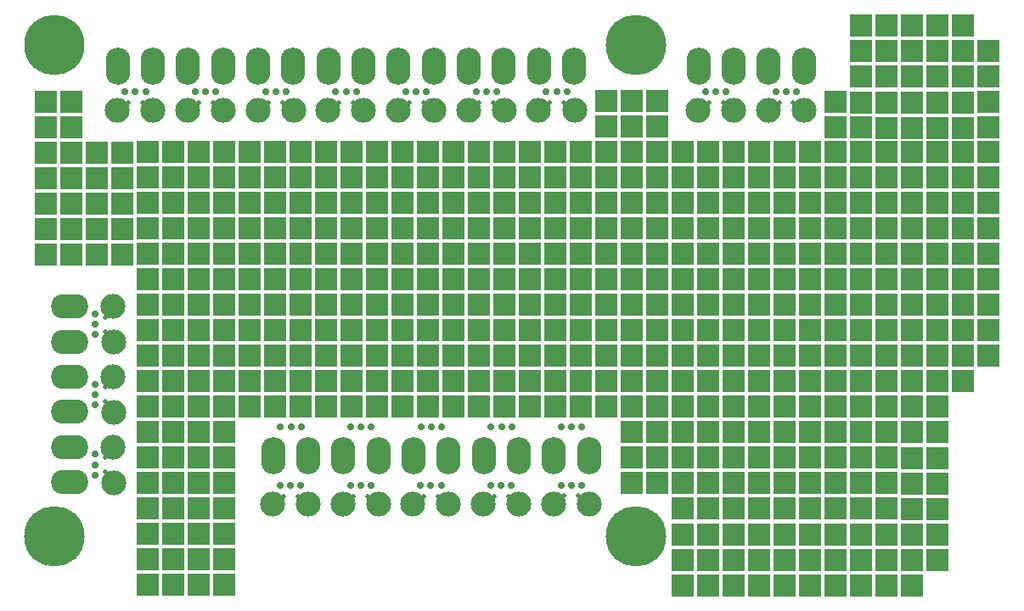
<source format=gts>
G04*
G04 #@! TF.GenerationSoftware,Altium Limited,Altium Designer,18.0.7 (293)*
G04*
G04 Layer_Color=8388736*
%FSLAX25Y25*%
%MOIN*%
G70*
G01*
G75*
%ADD11R,0.08800X0.08800*%
%ADD12R,0.08800X0.08800*%
%ADD13C,0.02800*%
%ADD14C,0.09800*%
%ADD15O,0.09658X0.14580*%
%ADD16O,0.14580X0.09658*%
%ADD17C,0.23716*%
%ADD18O,0.23622X0.23716*%
%ADD19C,0.01968*%
D11*
X840512Y305275D02*
D03*
X870525Y424925D02*
D03*
Y414925D02*
D03*
Y404925D02*
D03*
X850525Y384925D02*
D03*
X840525D02*
D03*
X850525Y404925D02*
D03*
X840525Y394925D02*
D03*
X850525Y414925D02*
D03*
Y424925D02*
D03*
X860525Y404925D02*
D03*
Y414925D02*
D03*
Y424925D02*
D03*
X900537Y414925D02*
D03*
Y394925D02*
D03*
Y404925D02*
D03*
X880538D02*
D03*
X890537D02*
D03*
X880538Y414925D02*
D03*
X890537D02*
D03*
Y424925D02*
D03*
X880538D02*
D03*
X900537Y384925D02*
D03*
X880538Y384850D02*
D03*
X890537D02*
D03*
X880538Y394850D02*
D03*
X890537D02*
D03*
X850525D02*
D03*
X860525Y384850D02*
D03*
Y394850D02*
D03*
X870525D02*
D03*
Y384850D02*
D03*
X860513Y205200D02*
D03*
X880525Y255200D02*
D03*
X870525D02*
D03*
Y205200D02*
D03*
Y225200D02*
D03*
X880525D02*
D03*
Y215200D02*
D03*
X870525D02*
D03*
Y235200D02*
D03*
X880525D02*
D03*
Y245200D02*
D03*
X870525D02*
D03*
X900525Y295275D02*
D03*
Y305275D02*
D03*
Y325275D02*
D03*
Y315275D02*
D03*
Y335275D02*
D03*
Y345275D02*
D03*
Y375275D02*
D03*
Y355275D02*
D03*
Y365275D02*
D03*
X870525Y305275D02*
D03*
X880525D02*
D03*
Y295275D02*
D03*
X870525D02*
D03*
Y275275D02*
D03*
X880525D02*
D03*
Y285275D02*
D03*
X870525D02*
D03*
X890525D02*
D03*
Y295275D02*
D03*
Y305275D02*
D03*
X880525Y265275D02*
D03*
X870525D02*
D03*
Y345275D02*
D03*
X880525D02*
D03*
Y335275D02*
D03*
X870525D02*
D03*
Y315275D02*
D03*
X880525D02*
D03*
Y325275D02*
D03*
X870525D02*
D03*
X890525D02*
D03*
Y315275D02*
D03*
Y335275D02*
D03*
Y345275D02*
D03*
Y375275D02*
D03*
Y355275D02*
D03*
Y365275D02*
D03*
X870525D02*
D03*
X880525D02*
D03*
Y355275D02*
D03*
X870525D02*
D03*
Y375275D02*
D03*
X880525D02*
D03*
X580513D02*
D03*
X570512D02*
D03*
Y355275D02*
D03*
X580513D02*
D03*
Y365275D02*
D03*
X570512D02*
D03*
X590513D02*
D03*
X600513D02*
D03*
Y355275D02*
D03*
X590513D02*
D03*
Y375275D02*
D03*
X600513D02*
D03*
X640513D02*
D03*
X630513D02*
D03*
Y355275D02*
D03*
X640513D02*
D03*
Y365275D02*
D03*
X630513D02*
D03*
X610512D02*
D03*
X620512D02*
D03*
Y355275D02*
D03*
X610512D02*
D03*
Y375275D02*
D03*
X620512D02*
D03*
X610512Y345275D02*
D03*
X620512D02*
D03*
Y335275D02*
D03*
X610512D02*
D03*
Y315275D02*
D03*
X620512D02*
D03*
Y325275D02*
D03*
X610512D02*
D03*
X630513D02*
D03*
X640513D02*
D03*
Y315275D02*
D03*
X630513D02*
D03*
Y335275D02*
D03*
X640513D02*
D03*
Y345275D02*
D03*
X630513D02*
D03*
X590513D02*
D03*
X600513D02*
D03*
Y335275D02*
D03*
X590513D02*
D03*
Y315275D02*
D03*
X600513D02*
D03*
Y325275D02*
D03*
X590513D02*
D03*
X570512D02*
D03*
X580513D02*
D03*
Y315275D02*
D03*
X570512D02*
D03*
Y335275D02*
D03*
X580513D02*
D03*
Y345275D02*
D03*
X570512D02*
D03*
X650513D02*
D03*
X660512D02*
D03*
Y335275D02*
D03*
X650513D02*
D03*
Y315275D02*
D03*
X660512D02*
D03*
Y325275D02*
D03*
X650513D02*
D03*
X670512D02*
D03*
X680513D02*
D03*
Y315275D02*
D03*
X670512D02*
D03*
Y335275D02*
D03*
X680513D02*
D03*
Y345275D02*
D03*
X670512D02*
D03*
X710512D02*
D03*
X720512D02*
D03*
Y335275D02*
D03*
X710512D02*
D03*
Y315275D02*
D03*
X720512D02*
D03*
Y325275D02*
D03*
X710512D02*
D03*
X690513D02*
D03*
X700513D02*
D03*
Y315275D02*
D03*
X690513D02*
D03*
Y335275D02*
D03*
X700513D02*
D03*
Y345275D02*
D03*
X690513D02*
D03*
X700513Y375275D02*
D03*
X690513D02*
D03*
Y355275D02*
D03*
X700513D02*
D03*
Y365275D02*
D03*
X690513D02*
D03*
X710512D02*
D03*
X720512D02*
D03*
Y355275D02*
D03*
X710512D02*
D03*
Y375275D02*
D03*
X720512D02*
D03*
X680513D02*
D03*
X670512D02*
D03*
Y355275D02*
D03*
X680513D02*
D03*
Y365275D02*
D03*
X670512D02*
D03*
X650513D02*
D03*
X660512D02*
D03*
Y355275D02*
D03*
X650513D02*
D03*
Y375275D02*
D03*
X660512D02*
D03*
X820512D02*
D03*
X810513D02*
D03*
Y355275D02*
D03*
X820512D02*
D03*
Y365275D02*
D03*
X810513D02*
D03*
X830513D02*
D03*
X840512D02*
D03*
Y355275D02*
D03*
X830513D02*
D03*
Y375275D02*
D03*
X840512D02*
D03*
X850513Y365275D02*
D03*
Y355275D02*
D03*
Y375275D02*
D03*
Y345275D02*
D03*
Y335275D02*
D03*
Y315275D02*
D03*
Y325275D02*
D03*
X830513Y345275D02*
D03*
X840512D02*
D03*
Y335275D02*
D03*
X830513D02*
D03*
Y315275D02*
D03*
X840512D02*
D03*
Y325275D02*
D03*
X830513D02*
D03*
X810513D02*
D03*
X820512D02*
D03*
Y315275D02*
D03*
X810513D02*
D03*
Y335275D02*
D03*
X820512D02*
D03*
Y345275D02*
D03*
X810513D02*
D03*
X730513D02*
D03*
X740513D02*
D03*
Y335275D02*
D03*
X730513D02*
D03*
Y315275D02*
D03*
X740513D02*
D03*
Y325275D02*
D03*
X730513D02*
D03*
X750513D02*
D03*
X760512D02*
D03*
Y315275D02*
D03*
X750513D02*
D03*
Y335275D02*
D03*
X760512D02*
D03*
Y345275D02*
D03*
X750513D02*
D03*
X790513D02*
D03*
X800513D02*
D03*
Y335275D02*
D03*
X790513D02*
D03*
Y315275D02*
D03*
X800513D02*
D03*
Y325275D02*
D03*
X790513D02*
D03*
X770512D02*
D03*
X780513D02*
D03*
Y315275D02*
D03*
X770512D02*
D03*
Y335275D02*
D03*
X780513D02*
D03*
Y345275D02*
D03*
X770512D02*
D03*
Y355275D02*
D03*
X780513D02*
D03*
Y365275D02*
D03*
X770512D02*
D03*
X790513D02*
D03*
X800513D02*
D03*
Y355275D02*
D03*
X790513D02*
D03*
Y375275D02*
D03*
X800513D02*
D03*
X750513Y355275D02*
D03*
X760512D02*
D03*
Y365275D02*
D03*
X750513D02*
D03*
X730513D02*
D03*
X740513D02*
D03*
Y355275D02*
D03*
X730513D02*
D03*
Y375275D02*
D03*
X740513D02*
D03*
X730513Y305275D02*
D03*
X740513D02*
D03*
Y295275D02*
D03*
X730513D02*
D03*
Y275275D02*
D03*
X740513D02*
D03*
Y285275D02*
D03*
X730513D02*
D03*
X750513D02*
D03*
X760512D02*
D03*
Y275275D02*
D03*
X750513D02*
D03*
Y295275D02*
D03*
X760512D02*
D03*
Y305275D02*
D03*
X750513D02*
D03*
X790513D02*
D03*
X800513D02*
D03*
Y295275D02*
D03*
X790513D02*
D03*
Y275275D02*
D03*
X800513D02*
D03*
Y285275D02*
D03*
X790513D02*
D03*
X770512D02*
D03*
X780513D02*
D03*
Y275275D02*
D03*
X770512D02*
D03*
Y295275D02*
D03*
X780513D02*
D03*
Y305275D02*
D03*
X770512D02*
D03*
Y265275D02*
D03*
X780513D02*
D03*
Y255275D02*
D03*
X770512D02*
D03*
X780513Y235275D02*
D03*
Y245275D02*
D03*
X770512D02*
D03*
X790513D02*
D03*
X800513D02*
D03*
Y235275D02*
D03*
X790513D02*
D03*
Y255275D02*
D03*
X800513D02*
D03*
Y265275D02*
D03*
X790513D02*
D03*
X760512D02*
D03*
Y255275D02*
D03*
Y245275D02*
D03*
X810513Y265275D02*
D03*
X820512D02*
D03*
Y255275D02*
D03*
X810513D02*
D03*
Y235275D02*
D03*
X820512D02*
D03*
Y245275D02*
D03*
X810513D02*
D03*
X830513D02*
D03*
X840512D02*
D03*
Y235275D02*
D03*
X830513D02*
D03*
Y255275D02*
D03*
X840512D02*
D03*
Y265275D02*
D03*
X830513D02*
D03*
X850513Y245275D02*
D03*
X860513D02*
D03*
Y235275D02*
D03*
X850513D02*
D03*
Y255275D02*
D03*
X860513D02*
D03*
X850513Y265275D02*
D03*
Y305275D02*
D03*
Y295275D02*
D03*
Y275275D02*
D03*
Y285275D02*
D03*
X830513Y305275D02*
D03*
X840512Y295275D02*
D03*
X830513D02*
D03*
Y275275D02*
D03*
X840512D02*
D03*
Y285275D02*
D03*
X830513D02*
D03*
X810513D02*
D03*
X820512D02*
D03*
Y275275D02*
D03*
X810513D02*
D03*
Y295275D02*
D03*
X820512D02*
D03*
Y305275D02*
D03*
X810513D02*
D03*
X650513D02*
D03*
X660512D02*
D03*
Y295275D02*
D03*
X650513D02*
D03*
Y275275D02*
D03*
X660512D02*
D03*
Y285275D02*
D03*
X650513D02*
D03*
X670512D02*
D03*
X680513D02*
D03*
Y275275D02*
D03*
X670512D02*
D03*
Y295275D02*
D03*
X680513D02*
D03*
Y305275D02*
D03*
X670512D02*
D03*
X710512D02*
D03*
X720512D02*
D03*
Y295275D02*
D03*
X710512D02*
D03*
Y275275D02*
D03*
X720512D02*
D03*
Y285275D02*
D03*
X710512D02*
D03*
X690513D02*
D03*
X700513D02*
D03*
Y275275D02*
D03*
X690513D02*
D03*
Y295275D02*
D03*
X700513D02*
D03*
Y305275D02*
D03*
X690513D02*
D03*
X570512Y265275D02*
D03*
X580513D02*
D03*
Y255275D02*
D03*
X570512D02*
D03*
Y235275D02*
D03*
X580513D02*
D03*
Y245275D02*
D03*
X570512D02*
D03*
X590513D02*
D03*
X600513D02*
D03*
Y235275D02*
D03*
X590513D02*
D03*
Y255275D02*
D03*
X600513D02*
D03*
Y265275D02*
D03*
X590513D02*
D03*
X610512Y305275D02*
D03*
X620512D02*
D03*
Y295275D02*
D03*
X610512D02*
D03*
Y275275D02*
D03*
X620512D02*
D03*
Y285275D02*
D03*
X610512D02*
D03*
X630513D02*
D03*
X640513D02*
D03*
Y275275D02*
D03*
X630513D02*
D03*
Y295275D02*
D03*
X640513D02*
D03*
Y305275D02*
D03*
X630513D02*
D03*
X590513D02*
D03*
X600513D02*
D03*
Y295275D02*
D03*
X590513D02*
D03*
Y275275D02*
D03*
X600513D02*
D03*
Y285275D02*
D03*
X590513D02*
D03*
X570512D02*
D03*
X580513D02*
D03*
Y275275D02*
D03*
X570512D02*
D03*
Y295275D02*
D03*
X580513D02*
D03*
Y305275D02*
D03*
X570512D02*
D03*
X550488Y345225D02*
D03*
X560488D02*
D03*
Y335225D02*
D03*
X550488D02*
D03*
X530487D02*
D03*
X540487D02*
D03*
Y345225D02*
D03*
X530487D02*
D03*
Y375225D02*
D03*
Y355225D02*
D03*
X540487D02*
D03*
Y365225D02*
D03*
X530487D02*
D03*
X550488D02*
D03*
X560488D02*
D03*
Y355225D02*
D03*
X550488D02*
D03*
Y375225D02*
D03*
X560488D02*
D03*
X850537Y225213D02*
D03*
X860538D02*
D03*
Y215212D02*
D03*
X850537D02*
D03*
Y205212D02*
D03*
X830538Y225213D02*
D03*
X840537D02*
D03*
Y215212D02*
D03*
X830538D02*
D03*
X840537Y205212D02*
D03*
X830538D02*
D03*
X810538D02*
D03*
X820537D02*
D03*
X810538Y215212D02*
D03*
X820537D02*
D03*
Y225213D02*
D03*
X810538D02*
D03*
X790538D02*
D03*
X800537D02*
D03*
Y215212D02*
D03*
X790538D02*
D03*
X800537Y205212D02*
D03*
X790538D02*
D03*
X780538D02*
D03*
Y215212D02*
D03*
Y225213D02*
D03*
X570500Y225325D02*
D03*
Y215325D02*
D03*
Y205325D02*
D03*
X580500D02*
D03*
X590500D02*
D03*
X580500Y215325D02*
D03*
X590500D02*
D03*
Y225325D02*
D03*
X580500D02*
D03*
X600500D02*
D03*
Y215325D02*
D03*
Y205325D02*
D03*
X750513Y385275D02*
D03*
X760512D02*
D03*
Y375275D02*
D03*
X750513D02*
D03*
Y395275D02*
D03*
X760512D02*
D03*
X770512Y385275D02*
D03*
X780513Y375275D02*
D03*
X770512D02*
D03*
Y395275D02*
D03*
X860513Y285275D02*
D03*
Y275275D02*
D03*
Y295275D02*
D03*
Y305275D02*
D03*
Y325275D02*
D03*
Y315275D02*
D03*
Y335275D02*
D03*
Y345275D02*
D03*
Y375275D02*
D03*
Y355275D02*
D03*
Y365275D02*
D03*
Y265275D02*
D03*
D12*
X530487Y385225D02*
D03*
X540487D02*
D03*
Y375225D02*
D03*
X530487Y395225D02*
D03*
X540487D02*
D03*
D13*
X732713Y244462D02*
D03*
X736763D02*
D03*
X740853Y244429D02*
D03*
X740987Y267536D02*
D03*
X736937D02*
D03*
X732887D02*
D03*
X705150Y244350D02*
D03*
X709200D02*
D03*
X713291Y244317D02*
D03*
X713424Y267423D02*
D03*
X709374D02*
D03*
X705324D02*
D03*
X677588Y244350D02*
D03*
X681637D02*
D03*
X685728Y244317D02*
D03*
X685862Y267423D02*
D03*
X681812D02*
D03*
X677762D02*
D03*
X650025Y244350D02*
D03*
X654075D02*
D03*
X658166Y244317D02*
D03*
X658299Y267423D02*
D03*
X654249D02*
D03*
X650199D02*
D03*
X622463Y244350D02*
D03*
X626512D02*
D03*
X630603Y244317D02*
D03*
X630737Y267423D02*
D03*
X626687D02*
D03*
X622637D02*
D03*
X825194Y399038D02*
D03*
X821144D02*
D03*
X817094D02*
D03*
X797632D02*
D03*
X793582D02*
D03*
X789532D02*
D03*
X735082D02*
D03*
X731032D02*
D03*
X726982D02*
D03*
X707519D02*
D03*
X703469D02*
D03*
X699419D02*
D03*
X679957D02*
D03*
X675907D02*
D03*
X671857D02*
D03*
X652394D02*
D03*
X648344D02*
D03*
X644294D02*
D03*
X624832D02*
D03*
X620782D02*
D03*
X616732D02*
D03*
X597269D02*
D03*
X593219D02*
D03*
X589169D02*
D03*
X569707D02*
D03*
X565657D02*
D03*
X561607D02*
D03*
X549788Y311744D02*
D03*
Y307694D02*
D03*
Y303644D02*
D03*
Y284182D02*
D03*
Y280132D02*
D03*
Y276082D02*
D03*
Y248519D02*
D03*
Y252569D02*
D03*
Y256619D02*
D03*
D14*
X743778Y237229D02*
D03*
X729716Y237117D02*
D03*
X716216D02*
D03*
X702153Y237004D02*
D03*
X688653Y237117D02*
D03*
X674591Y237004D02*
D03*
X661091Y237117D02*
D03*
X647028Y237004D02*
D03*
X633528Y237117D02*
D03*
X619466Y237004D02*
D03*
X814057Y391725D02*
D03*
X828119Y391838D02*
D03*
X786494Y391725D02*
D03*
X800557Y391838D02*
D03*
X723944Y391725D02*
D03*
X738007Y391838D02*
D03*
X696382Y391725D02*
D03*
X710444Y391838D02*
D03*
X668819Y391725D02*
D03*
X682882Y391838D02*
D03*
X641257Y391725D02*
D03*
X655319Y391838D02*
D03*
X613694Y391725D02*
D03*
X627757Y391838D02*
D03*
X586132Y391725D02*
D03*
X600194Y391838D02*
D03*
X558569Y391725D02*
D03*
X572632Y391838D02*
D03*
X557100Y300607D02*
D03*
X556987Y314669D02*
D03*
X557100Y273044D02*
D03*
X556987Y287107D02*
D03*
Y259544D02*
D03*
X557100Y245482D02*
D03*
D15*
X661047Y255938D02*
D03*
X647267D02*
D03*
X633488D02*
D03*
X619708D02*
D03*
X696523Y408976D02*
D03*
X710303D02*
D03*
X613846D02*
D03*
X627626D02*
D03*
X668964D02*
D03*
X682744D02*
D03*
X586287D02*
D03*
X600067D02*
D03*
X814240D02*
D03*
X828020D02*
D03*
X743724Y255938D02*
D03*
X729944D02*
D03*
X641405Y408976D02*
D03*
X655185D02*
D03*
X558728D02*
D03*
X572508D02*
D03*
X688607Y255938D02*
D03*
X674827D02*
D03*
X716166D02*
D03*
X702386D02*
D03*
X724083Y408976D02*
D03*
X737862D02*
D03*
X786681D02*
D03*
X800460D02*
D03*
D16*
X539886Y245697D02*
D03*
Y259477D02*
D03*
Y300816D02*
D03*
Y314595D02*
D03*
Y273256D02*
D03*
Y287036D02*
D03*
D17*
X762271Y417351D02*
D03*
Y224437D02*
D03*
X533925D02*
D03*
D18*
Y417351D02*
D03*
D19*
X739616Y240267D02*
D03*
X733991D02*
D03*
X712053Y240154D02*
D03*
X706428D02*
D03*
X684491D02*
D03*
X678866D02*
D03*
X656928D02*
D03*
X651303D02*
D03*
X629366D02*
D03*
X623741D02*
D03*
X818332Y394875D02*
D03*
X823957D02*
D03*
X790769D02*
D03*
X796394D02*
D03*
X728219D02*
D03*
X733844D02*
D03*
X700657D02*
D03*
X706282D02*
D03*
X673094D02*
D03*
X678719D02*
D03*
X645532D02*
D03*
X651157D02*
D03*
X617969D02*
D03*
X623594D02*
D03*
X590407D02*
D03*
X596032D02*
D03*
X562844D02*
D03*
X568469D02*
D03*
X553950Y304882D02*
D03*
Y310507D02*
D03*
Y277319D02*
D03*
Y282944D02*
D03*
Y255382D02*
D03*
Y249757D02*
D03*
M02*

</source>
